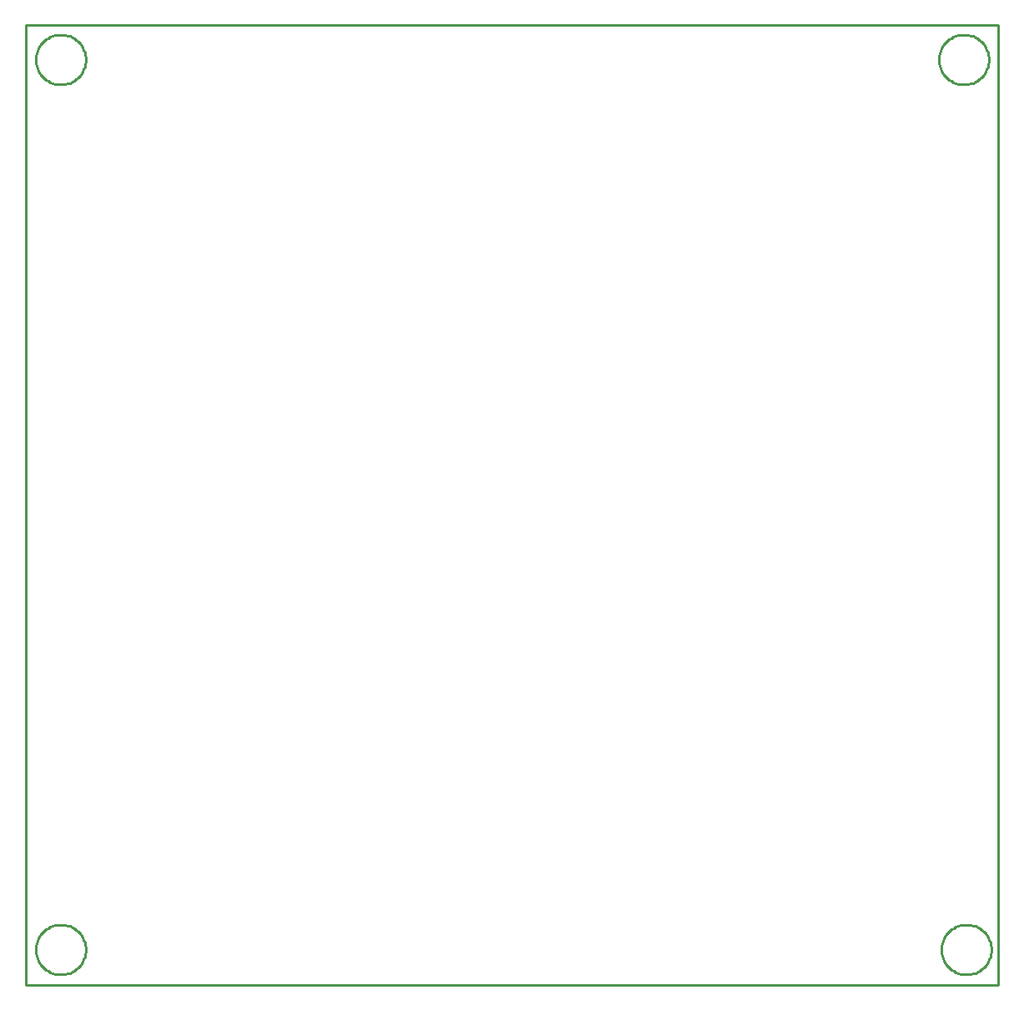
<source format=gko>
%FSLAX23Y23*%
%MOIN*%
G70*
G01*
G75*
%ADD10C,0.040*%
%ADD11C,0.050*%
%ADD12C,0.060*%
%ADD13C,0.059*%
%ADD14R,0.050X0.050*%
%ADD15C,0.071*%
%ADD16C,0.150*%
%ADD17C,0.062*%
%ADD18R,0.062X0.062*%
%ADD19O,0.079X0.098*%
%ADD20R,0.079X0.098*%
%ADD21R,0.063X0.063*%
%ADD22C,0.063*%
%ADD23C,0.098*%
%ADD24R,0.098X0.098*%
%ADD25C,0.010*%
%ADD26C,0.008*%
%ADD27C,0.012*%
%ADD28C,0.058*%
%ADD29C,0.068*%
%ADD30C,0.067*%
%ADD31R,0.058X0.058*%
%ADD32C,0.079*%
%ADD33C,0.158*%
%ADD34C,0.070*%
%ADD35R,0.070X0.070*%
%ADD36O,0.087X0.106*%
%ADD37R,0.087X0.106*%
%ADD38R,0.071X0.071*%
%ADD39C,0.106*%
%ADD40R,0.106X0.106*%
D25*
X8765Y5738D02*
X8765Y5747D01*
X8763Y5757D01*
X8761Y5767D01*
X8757Y5776D01*
X8753Y5785D01*
X8748Y5794D01*
X8742Y5802D01*
X8735Y5809D01*
X8727Y5816D01*
X8719Y5822D01*
X8711Y5826D01*
X8702Y5831D01*
X8692Y5834D01*
X8682Y5836D01*
X8672Y5837D01*
X8663Y5837D01*
X8653Y5837D01*
X8643Y5835D01*
X8633Y5832D01*
X8624Y5829D01*
X8615Y5824D01*
X8607Y5819D01*
X8599Y5812D01*
X8592Y5806D01*
X8585Y5798D01*
X8580Y5790D01*
X8575Y5781D01*
X8571Y5772D01*
X8568Y5762D01*
X8566Y5752D01*
X8565Y5742D01*
Y5733D01*
X8566Y5723D01*
X8568Y5713D01*
X8571Y5703D01*
X8575Y5694D01*
X8580Y5685D01*
X8585Y5677D01*
X8592Y5669D01*
X8599Y5663D01*
X8607Y5656D01*
X8615Y5651D01*
X8624Y5646D01*
X8633Y5643D01*
X8643Y5640D01*
X8653Y5638D01*
X8663Y5638D01*
X8672Y5638D01*
X8682Y5639D01*
X8692Y5641D01*
X8702Y5644D01*
X8711Y5649D01*
X8719Y5653D01*
X8727Y5659D01*
X8735Y5666D01*
X8742Y5673D01*
X8748Y5681D01*
X8753Y5690D01*
X8757Y5699D01*
X8761Y5708D01*
X8763Y5718D01*
X8765Y5728D01*
X8765Y5738D01*
X12385D02*
X12385Y5747D01*
X12383Y5757D01*
X12381Y5767D01*
X12377Y5776D01*
X12373Y5785D01*
X12368Y5794D01*
X12362Y5802D01*
X12355Y5809D01*
X12347Y5816D01*
X12339Y5822D01*
X12331Y5826D01*
X12322Y5831D01*
X12312Y5834D01*
X12302Y5836D01*
X12292Y5837D01*
X12283Y5837D01*
X12273Y5837D01*
X12263Y5835D01*
X12253Y5832D01*
X12244Y5829D01*
X12235Y5824D01*
X12227Y5819D01*
X12219Y5812D01*
X12212Y5806D01*
X12205Y5798D01*
X12200Y5790D01*
X12195Y5781D01*
X12191Y5772D01*
X12188Y5762D01*
X12186Y5752D01*
X12185Y5742D01*
Y5733D01*
X12186Y5723D01*
X12188Y5713D01*
X12191Y5703D01*
X12195Y5694D01*
X12200Y5685D01*
X12205Y5677D01*
X12212Y5669D01*
X12219Y5663D01*
X12227Y5656D01*
X12235Y5651D01*
X12244Y5646D01*
X12253Y5643D01*
X12263Y5640D01*
X12273Y5638D01*
X12283Y5638D01*
X12292Y5638D01*
X12302Y5639D01*
X12312Y5641D01*
X12322Y5644D01*
X12331Y5649D01*
X12339Y5653D01*
X12347Y5659D01*
X12355Y5666D01*
X12362Y5673D01*
X12368Y5681D01*
X12373Y5690D01*
X12377Y5699D01*
X12381Y5708D01*
X12383Y5718D01*
X12385Y5728D01*
X12385Y5738D01*
X8765Y9297D02*
X8765Y9307D01*
X8763Y9317D01*
X8761Y9327D01*
X8757Y9336D01*
X8753Y9345D01*
X8748Y9354D01*
X8742Y9362D01*
X8735Y9369D01*
X8727Y9376D01*
X8719Y9382D01*
X8711Y9386D01*
X8702Y9391D01*
X8692Y9394D01*
X8682Y9396D01*
X8672Y9397D01*
X8663Y9397D01*
X8653Y9397D01*
X8643Y9395D01*
X8633Y9392D01*
X8624Y9389D01*
X8615Y9384D01*
X8607Y9379D01*
X8599Y9372D01*
X8592Y9366D01*
X8585Y9358D01*
X8580Y9350D01*
X8575Y9341D01*
X8571Y9332D01*
X8568Y9322D01*
X8566Y9312D01*
X8565Y9302D01*
Y9293D01*
X8566Y9283D01*
X8568Y9273D01*
X8571Y9263D01*
X8575Y9254D01*
X8580Y9245D01*
X8585Y9237D01*
X8592Y9229D01*
X8599Y9223D01*
X8607Y9216D01*
X8615Y9211D01*
X8624Y9206D01*
X8633Y9203D01*
X8643Y9200D01*
X8653Y9198D01*
X8663Y9198D01*
X8672Y9198D01*
X8682Y9199D01*
X8692Y9201D01*
X8702Y9204D01*
X8711Y9209D01*
X8719Y9213D01*
X8727Y9219D01*
X8735Y9226D01*
X8742Y9233D01*
X8748Y9241D01*
X8753Y9250D01*
X8757Y9259D01*
X8761Y9268D01*
X8763Y9278D01*
X8765Y9288D01*
X8765Y9297D01*
X12375D02*
X12375Y9307D01*
X12373Y9317D01*
X12371Y9327D01*
X12367Y9336D01*
X12363Y9345D01*
X12358Y9354D01*
X12352Y9362D01*
X12345Y9369D01*
X12337Y9376D01*
X12329Y9382D01*
X12321Y9386D01*
X12312Y9391D01*
X12302Y9394D01*
X12292Y9396D01*
X12282Y9397D01*
X12273Y9397D01*
X12263Y9397D01*
X12253Y9395D01*
X12243Y9392D01*
X12234Y9389D01*
X12225Y9384D01*
X12217Y9379D01*
X12209Y9372D01*
X12202Y9366D01*
X12195Y9358D01*
X12190Y9350D01*
X12185Y9341D01*
X12181Y9332D01*
X12178Y9322D01*
X12176Y9312D01*
X12175Y9302D01*
Y9293D01*
X12176Y9283D01*
X12178Y9273D01*
X12181Y9263D01*
X12185Y9254D01*
X12190Y9245D01*
X12195Y9237D01*
X12202Y9229D01*
X12209Y9223D01*
X12217Y9216D01*
X12225Y9211D01*
X12234Y9206D01*
X12243Y9203D01*
X12253Y9200D01*
X12263Y9198D01*
X12273Y9198D01*
X12282Y9198D01*
X12292Y9199D01*
X12302Y9201D01*
X12312Y9204D01*
X12321Y9209D01*
X12329Y9213D01*
X12337Y9219D01*
X12345Y9226D01*
X12352Y9233D01*
X12358Y9241D01*
X12363Y9250D01*
X12367Y9259D01*
X12371Y9268D01*
X12373Y9278D01*
X12375Y9288D01*
X12375Y9297D01*
X8525Y5597D02*
X12414D01*
X8525Y9435D02*
X12414D01*
X12414Y5597D02*
Y9435D01*
X8525Y5597D02*
Y9435D01*
M02*

</source>
